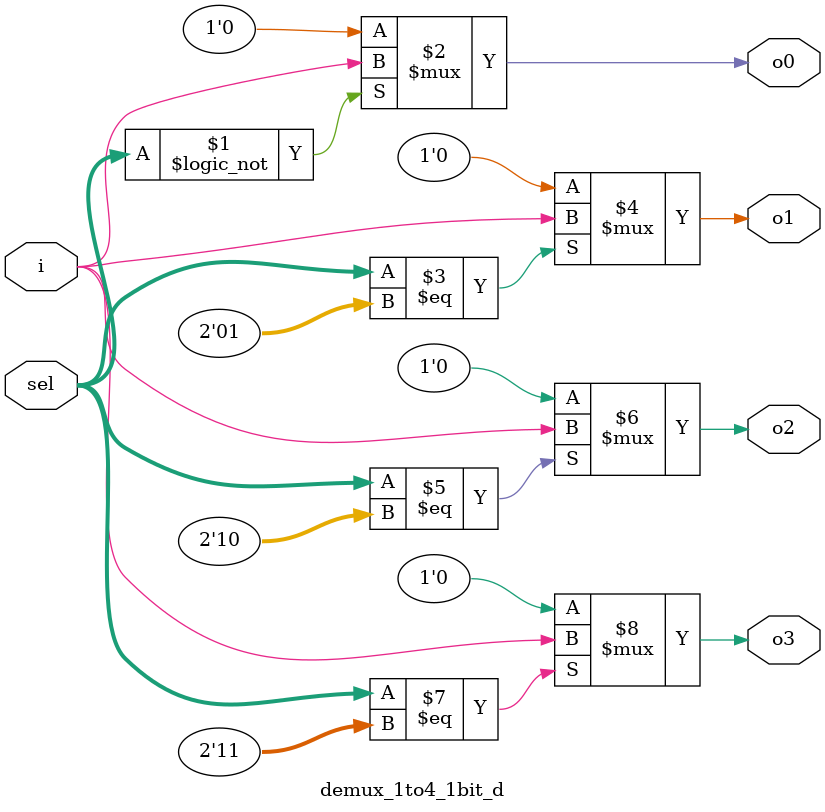
<source format=v>
module demux_1to4_1bit_d(
    input wire i,
    input wire [1:0] sel,
    output o0,
    output o1,
    output o2,
    output o3
);

    assign o0 = (sel == 2'b00) ? i : 1'b0;
    assign o1 = (sel == 2'b01) ? i : 1'b0;
    assign o2 = (sel == 2'b10) ? i : 1'b0;
    assign o3 = (sel == 2'b11) ? i : 1'b0;

endmodule

</source>
